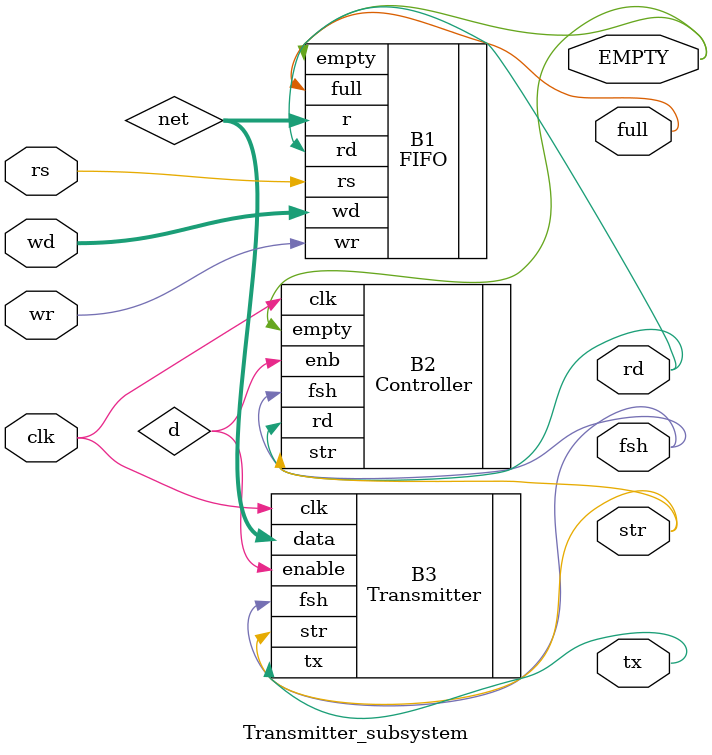
<source format=v>
`timescale 1ns / 1ps
module Transmitter_subsystem(tx,clk,wd,wr,full,rs,EMPTY,fsh,str,rd);
	input wire clk,wr,rs;
	input wire [7:0] wd;
	output wire full,tx,EMPTY,fsh,str,rd;
	wire [7:0] net;
	wire d;
	FIFO B1(.wd(wd),.wr(wr),.full(full),.empty(EMPTY),.rd(rd),.r(net),.rs(rs));
	Controller B2(.fsh(fsh),.enb(d),.str(str),.rd(rd),.empty(EMPTY),.clk(clk));
	Transmitter B3(.tx(tx),.clk(clk),.str(str),.enable(d),.fsh(fsh),.data(net));
endmodule

</source>
